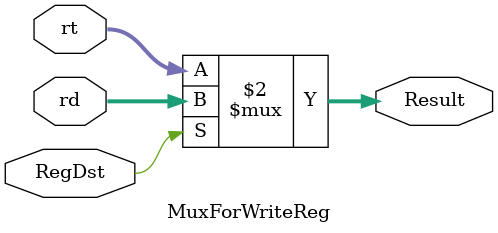
<source format=v>
`timescale 1ns / 1ps


module MuxForWriteReg(
    input RegDst,
    input [4:0] rt,
    input [4:0] rd,
    output [4:0] Result
    );
    assign Result = (RegDst == 1)?rd : rt;
endmodule

</source>
